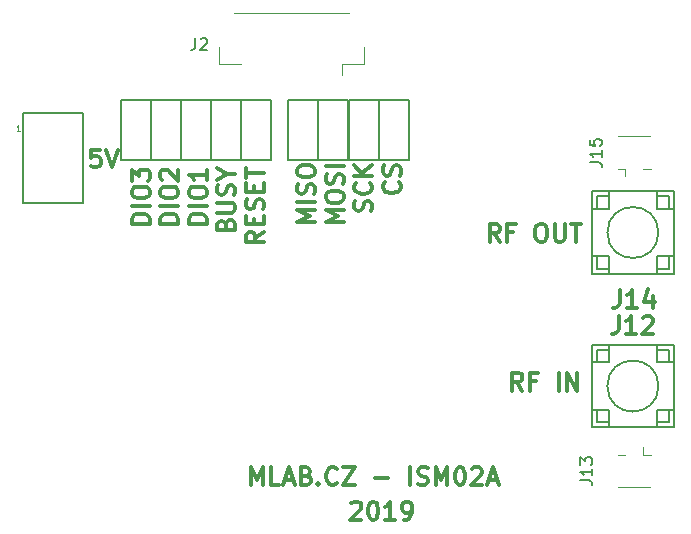
<source format=gbr>
G04 #@! TF.GenerationSoftware,KiCad,Pcbnew,(5.99.0-311-g81ce588a0)*
G04 #@! TF.CreationDate,2019-11-06T10:45:35+01:00*
G04 #@! TF.ProjectId,ISM02A,49534d30-3241-42e6-9b69-6361645f7063,REV*
G04 #@! TF.SameCoordinates,Original*
G04 #@! TF.FileFunction,Legend,Top*
G04 #@! TF.FilePolarity,Positive*
%FSLAX46Y46*%
G04 Gerber Fmt 4.6, Leading zero omitted, Abs format (unit mm)*
G04 Created by KiCad (PCBNEW (5.99.0-311-g81ce588a0)) date 2019-11-06 10:45:35*
%MOMM*%
%LPD*%
G04 APERTURE LIST*
%ADD10C,0.300000*%
%ADD11C,0.150000*%
%ADD12C,0.120000*%
%ADD13C,0.050000*%
G04 APERTURE END LIST*
D10*
X164056714Y-121241428D02*
X164128142Y-121170000D01*
X164271000Y-121098571D01*
X164628142Y-121098571D01*
X164771000Y-121170000D01*
X164842428Y-121241428D01*
X164913857Y-121384285D01*
X164913857Y-121527142D01*
X164842428Y-121741428D01*
X163985285Y-122598571D01*
X164913857Y-122598571D01*
X165842428Y-121098571D02*
X165985285Y-121098571D01*
X166128142Y-121170000D01*
X166199571Y-121241428D01*
X166271000Y-121384285D01*
X166342428Y-121670000D01*
X166342428Y-122027142D01*
X166271000Y-122312857D01*
X166199571Y-122455714D01*
X166128142Y-122527142D01*
X165985285Y-122598571D01*
X165842428Y-122598571D01*
X165699571Y-122527142D01*
X165628142Y-122455714D01*
X165556714Y-122312857D01*
X165485285Y-122027142D01*
X165485285Y-121670000D01*
X165556714Y-121384285D01*
X165628142Y-121241428D01*
X165699571Y-121170000D01*
X165842428Y-121098571D01*
X167771000Y-122598571D02*
X166913857Y-122598571D01*
X167342428Y-122598571D02*
X167342428Y-121098571D01*
X167199571Y-121312857D01*
X167056714Y-121455714D01*
X166913857Y-121527142D01*
X168485285Y-122598571D02*
X168771000Y-122598571D01*
X168913857Y-122527142D01*
X168985285Y-122455714D01*
X169128142Y-122241428D01*
X169199571Y-121955714D01*
X169199571Y-121384285D01*
X169128142Y-121241428D01*
X169056714Y-121170000D01*
X168913857Y-121098571D01*
X168628142Y-121098571D01*
X168485285Y-121170000D01*
X168413857Y-121241428D01*
X168342428Y-121384285D01*
X168342428Y-121741428D01*
X168413857Y-121884285D01*
X168485285Y-121955714D01*
X168628142Y-122027142D01*
X168913857Y-122027142D01*
X169056714Y-121955714D01*
X169128142Y-121884285D01*
X169199571Y-121741428D01*
X178552142Y-111678571D02*
X178052142Y-110964285D01*
X177695000Y-111678571D02*
X177695000Y-110178571D01*
X178266428Y-110178571D01*
X178409285Y-110250000D01*
X178480714Y-110321428D01*
X178552142Y-110464285D01*
X178552142Y-110678571D01*
X178480714Y-110821428D01*
X178409285Y-110892857D01*
X178266428Y-110964285D01*
X177695000Y-110964285D01*
X179695000Y-110892857D02*
X179195000Y-110892857D01*
X179195000Y-111678571D02*
X179195000Y-110178571D01*
X179909285Y-110178571D01*
X181623571Y-111678571D02*
X181623571Y-110178571D01*
X182337857Y-111678571D02*
X182337857Y-110178571D01*
X183195000Y-111678571D01*
X183195000Y-110178571D01*
X176640142Y-99074571D02*
X176140142Y-98360285D01*
X175783000Y-99074571D02*
X175783000Y-97574571D01*
X176354428Y-97574571D01*
X176497285Y-97646000D01*
X176568714Y-97717428D01*
X176640142Y-97860285D01*
X176640142Y-98074571D01*
X176568714Y-98217428D01*
X176497285Y-98288857D01*
X176354428Y-98360285D01*
X175783000Y-98360285D01*
X177783000Y-98288857D02*
X177283000Y-98288857D01*
X177283000Y-99074571D02*
X177283000Y-97574571D01*
X177997285Y-97574571D01*
X179997285Y-97574571D02*
X180283000Y-97574571D01*
X180425857Y-97646000D01*
X180568714Y-97788857D01*
X180640142Y-98074571D01*
X180640142Y-98574571D01*
X180568714Y-98860285D01*
X180425857Y-99003142D01*
X180283000Y-99074571D01*
X179997285Y-99074571D01*
X179854428Y-99003142D01*
X179711571Y-98860285D01*
X179640142Y-98574571D01*
X179640142Y-98074571D01*
X179711571Y-97788857D01*
X179854428Y-97646000D01*
X179997285Y-97574571D01*
X181283000Y-97574571D02*
X181283000Y-98788857D01*
X181354428Y-98931714D01*
X181425857Y-99003142D01*
X181568714Y-99074571D01*
X181854428Y-99074571D01*
X181997285Y-99003142D01*
X182068714Y-98931714D01*
X182140142Y-98788857D01*
X182140142Y-97574571D01*
X182640142Y-97574571D02*
X183497285Y-97574571D01*
X183068714Y-99074571D02*
X183068714Y-97574571D01*
X155552142Y-119678571D02*
X155552142Y-118178571D01*
X156052142Y-119250000D01*
X156552142Y-118178571D01*
X156552142Y-119678571D01*
X157980714Y-119678571D02*
X157266428Y-119678571D01*
X157266428Y-118178571D01*
X158409285Y-119250000D02*
X159123571Y-119250000D01*
X158266428Y-119678571D02*
X158766428Y-118178571D01*
X159266428Y-119678571D01*
X160266428Y-118892857D02*
X160480714Y-118964285D01*
X160552142Y-119035714D01*
X160623571Y-119178571D01*
X160623571Y-119392857D01*
X160552142Y-119535714D01*
X160480714Y-119607142D01*
X160337857Y-119678571D01*
X159766428Y-119678571D01*
X159766428Y-118178571D01*
X160266428Y-118178571D01*
X160409285Y-118250000D01*
X160480714Y-118321428D01*
X160552142Y-118464285D01*
X160552142Y-118607142D01*
X160480714Y-118750000D01*
X160409285Y-118821428D01*
X160266428Y-118892857D01*
X159766428Y-118892857D01*
X161266428Y-119535714D02*
X161337857Y-119607142D01*
X161266428Y-119678571D01*
X161195000Y-119607142D01*
X161266428Y-119535714D01*
X161266428Y-119678571D01*
X162837857Y-119535714D02*
X162766428Y-119607142D01*
X162552142Y-119678571D01*
X162409285Y-119678571D01*
X162195000Y-119607142D01*
X162052142Y-119464285D01*
X161980714Y-119321428D01*
X161909285Y-119035714D01*
X161909285Y-118821428D01*
X161980714Y-118535714D01*
X162052142Y-118392857D01*
X162195000Y-118250000D01*
X162409285Y-118178571D01*
X162552142Y-118178571D01*
X162766428Y-118250000D01*
X162837857Y-118321428D01*
X163337857Y-118178571D02*
X164337857Y-118178571D01*
X163337857Y-119678571D01*
X164337857Y-119678571D01*
X166052142Y-119107142D02*
X167195000Y-119107142D01*
X169052142Y-119678571D02*
X169052142Y-118178571D01*
X169695000Y-119607142D02*
X169909285Y-119678571D01*
X170266428Y-119678571D01*
X170409285Y-119607142D01*
X170480714Y-119535714D01*
X170552142Y-119392857D01*
X170552142Y-119250000D01*
X170480714Y-119107142D01*
X170409285Y-119035714D01*
X170266428Y-118964285D01*
X169980714Y-118892857D01*
X169837857Y-118821428D01*
X169766428Y-118750000D01*
X169695000Y-118607142D01*
X169695000Y-118464285D01*
X169766428Y-118321428D01*
X169837857Y-118250000D01*
X169980714Y-118178571D01*
X170337857Y-118178571D01*
X170552142Y-118250000D01*
X171195000Y-119678571D02*
X171195000Y-118178571D01*
X171695000Y-119250000D01*
X172195000Y-118178571D01*
X172195000Y-119678571D01*
X173195000Y-118178571D02*
X173337857Y-118178571D01*
X173480714Y-118250000D01*
X173552142Y-118321428D01*
X173623571Y-118464285D01*
X173695000Y-118750000D01*
X173695000Y-119107142D01*
X173623571Y-119392857D01*
X173552142Y-119535714D01*
X173480714Y-119607142D01*
X173337857Y-119678571D01*
X173195000Y-119678571D01*
X173052142Y-119607142D01*
X172980714Y-119535714D01*
X172909285Y-119392857D01*
X172837857Y-119107142D01*
X172837857Y-118750000D01*
X172909285Y-118464285D01*
X172980714Y-118321428D01*
X173052142Y-118250000D01*
X173195000Y-118178571D01*
X174266428Y-118321428D02*
X174337857Y-118250000D01*
X174480714Y-118178571D01*
X174837857Y-118178571D01*
X174980714Y-118250000D01*
X175052142Y-118321428D01*
X175123571Y-118464285D01*
X175123571Y-118607142D01*
X175052142Y-118821428D01*
X174195000Y-119678571D01*
X175123571Y-119678571D01*
X175695000Y-119250000D02*
X176409285Y-119250000D01*
X175552142Y-119678571D02*
X176052142Y-118178571D01*
X176552142Y-119678571D01*
X142766428Y-91278571D02*
X142052142Y-91278571D01*
X141980714Y-91992857D01*
X142052142Y-91921428D01*
X142195000Y-91850000D01*
X142552142Y-91850000D01*
X142695000Y-91921428D01*
X142766428Y-91992857D01*
X142837857Y-92135714D01*
X142837857Y-92492857D01*
X142766428Y-92635714D01*
X142695000Y-92707142D01*
X142552142Y-92778571D01*
X142195000Y-92778571D01*
X142052142Y-92707142D01*
X141980714Y-92635714D01*
X143266428Y-91278571D02*
X143766428Y-92778571D01*
X144266428Y-91278571D01*
X160986071Y-97406428D02*
X159486071Y-97406428D01*
X160557500Y-96906428D01*
X159486071Y-96406428D01*
X160986071Y-96406428D01*
X160986071Y-95692142D02*
X159486071Y-95692142D01*
X160914642Y-95049285D02*
X160986071Y-94835000D01*
X160986071Y-94477857D01*
X160914642Y-94335000D01*
X160843214Y-94263571D01*
X160700357Y-94192142D01*
X160557500Y-94192142D01*
X160414642Y-94263571D01*
X160343214Y-94335000D01*
X160271785Y-94477857D01*
X160200357Y-94763571D01*
X160128928Y-94906428D01*
X160057500Y-94977857D01*
X159914642Y-95049285D01*
X159771785Y-95049285D01*
X159628928Y-94977857D01*
X159557500Y-94906428D01*
X159486071Y-94763571D01*
X159486071Y-94406428D01*
X159557500Y-94192142D01*
X159486071Y-93263571D02*
X159486071Y-92977857D01*
X159557500Y-92835000D01*
X159700357Y-92692142D01*
X159986071Y-92620714D01*
X160486071Y-92620714D01*
X160771785Y-92692142D01*
X160914642Y-92835000D01*
X160986071Y-92977857D01*
X160986071Y-93263571D01*
X160914642Y-93406428D01*
X160771785Y-93549285D01*
X160486071Y-93620714D01*
X159986071Y-93620714D01*
X159700357Y-93549285D01*
X159557500Y-93406428D01*
X159486071Y-93263571D01*
X163401071Y-97406428D02*
X161901071Y-97406428D01*
X162972500Y-96906428D01*
X161901071Y-96406428D01*
X163401071Y-96406428D01*
X161901071Y-95406428D02*
X161901071Y-95120714D01*
X161972500Y-94977857D01*
X162115357Y-94835000D01*
X162401071Y-94763571D01*
X162901071Y-94763571D01*
X163186785Y-94835000D01*
X163329642Y-94977857D01*
X163401071Y-95120714D01*
X163401071Y-95406428D01*
X163329642Y-95549285D01*
X163186785Y-95692142D01*
X162901071Y-95763571D01*
X162401071Y-95763571D01*
X162115357Y-95692142D01*
X161972500Y-95549285D01*
X161901071Y-95406428D01*
X163329642Y-94192142D02*
X163401071Y-93977857D01*
X163401071Y-93620714D01*
X163329642Y-93477857D01*
X163258214Y-93406428D01*
X163115357Y-93335000D01*
X162972500Y-93335000D01*
X162829642Y-93406428D01*
X162758214Y-93477857D01*
X162686785Y-93620714D01*
X162615357Y-93906428D01*
X162543928Y-94049285D01*
X162472500Y-94120714D01*
X162329642Y-94192142D01*
X162186785Y-94192142D01*
X162043928Y-94120714D01*
X161972500Y-94049285D01*
X161901071Y-93906428D01*
X161901071Y-93549285D01*
X161972500Y-93335000D01*
X163401071Y-92692142D02*
X161901071Y-92692142D01*
X165744642Y-96477857D02*
X165816071Y-96263571D01*
X165816071Y-95906428D01*
X165744642Y-95763571D01*
X165673214Y-95692142D01*
X165530357Y-95620714D01*
X165387500Y-95620714D01*
X165244642Y-95692142D01*
X165173214Y-95763571D01*
X165101785Y-95906428D01*
X165030357Y-96192142D01*
X164958928Y-96335000D01*
X164887500Y-96406428D01*
X164744642Y-96477857D01*
X164601785Y-96477857D01*
X164458928Y-96406428D01*
X164387500Y-96335000D01*
X164316071Y-96192142D01*
X164316071Y-95835000D01*
X164387500Y-95620714D01*
X165673214Y-94120714D02*
X165744642Y-94192142D01*
X165816071Y-94406428D01*
X165816071Y-94549285D01*
X165744642Y-94763571D01*
X165601785Y-94906428D01*
X165458928Y-94977857D01*
X165173214Y-95049285D01*
X164958928Y-95049285D01*
X164673214Y-94977857D01*
X164530357Y-94906428D01*
X164387500Y-94763571D01*
X164316071Y-94549285D01*
X164316071Y-94406428D01*
X164387500Y-94192142D01*
X164458928Y-94120714D01*
X165816071Y-93477857D02*
X164316071Y-93477857D01*
X165816071Y-92620714D02*
X164958928Y-93263571D01*
X164316071Y-92620714D02*
X165173214Y-93477857D01*
X168088214Y-94049285D02*
X168159642Y-94120714D01*
X168231071Y-94335000D01*
X168231071Y-94477857D01*
X168159642Y-94692142D01*
X168016785Y-94835000D01*
X167873928Y-94906428D01*
X167588214Y-94977857D01*
X167373928Y-94977857D01*
X167088214Y-94906428D01*
X166945357Y-94835000D01*
X166802500Y-94692142D01*
X166731071Y-94477857D01*
X166731071Y-94335000D01*
X166802500Y-94120714D01*
X166873928Y-94049285D01*
X168159642Y-93477857D02*
X168231071Y-93263571D01*
X168231071Y-92906428D01*
X168159642Y-92763571D01*
X168088214Y-92692142D01*
X167945357Y-92620714D01*
X167802500Y-92620714D01*
X167659642Y-92692142D01*
X167588214Y-92763571D01*
X167516785Y-92906428D01*
X167445357Y-93192142D01*
X167373928Y-93335000D01*
X167302500Y-93406428D01*
X167159642Y-93477857D01*
X167016785Y-93477857D01*
X166873928Y-93406428D01*
X166802500Y-93335000D01*
X166731071Y-93192142D01*
X166731071Y-92835000D01*
X166802500Y-92620714D01*
X146978571Y-97548142D02*
X145478571Y-97548142D01*
X145478571Y-97191000D01*
X145550000Y-96976714D01*
X145692857Y-96833857D01*
X145835714Y-96762428D01*
X146121428Y-96691000D01*
X146335714Y-96691000D01*
X146621428Y-96762428D01*
X146764285Y-96833857D01*
X146907142Y-96976714D01*
X146978571Y-97191000D01*
X146978571Y-97548142D01*
X146978571Y-96048142D02*
X145478571Y-96048142D01*
X145478571Y-95048142D02*
X145478571Y-94762428D01*
X145550000Y-94619571D01*
X145692857Y-94476714D01*
X145978571Y-94405285D01*
X146478571Y-94405285D01*
X146764285Y-94476714D01*
X146907142Y-94619571D01*
X146978571Y-94762428D01*
X146978571Y-95048142D01*
X146907142Y-95191000D01*
X146764285Y-95333857D01*
X146478571Y-95405285D01*
X145978571Y-95405285D01*
X145692857Y-95333857D01*
X145550000Y-95191000D01*
X145478571Y-95048142D01*
X145478571Y-93905285D02*
X145478571Y-92976714D01*
X146050000Y-93476714D01*
X146050000Y-93262428D01*
X146121428Y-93119571D01*
X146192857Y-93048142D01*
X146335714Y-92976714D01*
X146692857Y-92976714D01*
X146835714Y-93048142D01*
X146907142Y-93119571D01*
X146978571Y-93262428D01*
X146978571Y-93691000D01*
X146907142Y-93833857D01*
X146835714Y-93905285D01*
X149393571Y-97548142D02*
X147893571Y-97548142D01*
X147893571Y-97191000D01*
X147965000Y-96976714D01*
X148107857Y-96833857D01*
X148250714Y-96762428D01*
X148536428Y-96691000D01*
X148750714Y-96691000D01*
X149036428Y-96762428D01*
X149179285Y-96833857D01*
X149322142Y-96976714D01*
X149393571Y-97191000D01*
X149393571Y-97548142D01*
X149393571Y-96048142D02*
X147893571Y-96048142D01*
X147893571Y-95048142D02*
X147893571Y-94762428D01*
X147965000Y-94619571D01*
X148107857Y-94476714D01*
X148393571Y-94405285D01*
X148893571Y-94405285D01*
X149179285Y-94476714D01*
X149322142Y-94619571D01*
X149393571Y-94762428D01*
X149393571Y-95048142D01*
X149322142Y-95191000D01*
X149179285Y-95333857D01*
X148893571Y-95405285D01*
X148393571Y-95405285D01*
X148107857Y-95333857D01*
X147965000Y-95191000D01*
X147893571Y-95048142D01*
X148036428Y-93833857D02*
X147965000Y-93762428D01*
X147893571Y-93619571D01*
X147893571Y-93262428D01*
X147965000Y-93119571D01*
X148036428Y-93048142D01*
X148179285Y-92976714D01*
X148322142Y-92976714D01*
X148536428Y-93048142D01*
X149393571Y-93905285D01*
X149393571Y-92976714D01*
X151808571Y-97548142D02*
X150308571Y-97548142D01*
X150308571Y-97191000D01*
X150380000Y-96976714D01*
X150522857Y-96833857D01*
X150665714Y-96762428D01*
X150951428Y-96691000D01*
X151165714Y-96691000D01*
X151451428Y-96762428D01*
X151594285Y-96833857D01*
X151737142Y-96976714D01*
X151808571Y-97191000D01*
X151808571Y-97548142D01*
X151808571Y-96048142D02*
X150308571Y-96048142D01*
X150308571Y-95048142D02*
X150308571Y-94762428D01*
X150380000Y-94619571D01*
X150522857Y-94476714D01*
X150808571Y-94405285D01*
X151308571Y-94405285D01*
X151594285Y-94476714D01*
X151737142Y-94619571D01*
X151808571Y-94762428D01*
X151808571Y-95048142D01*
X151737142Y-95191000D01*
X151594285Y-95333857D01*
X151308571Y-95405285D01*
X150808571Y-95405285D01*
X150522857Y-95333857D01*
X150380000Y-95191000D01*
X150308571Y-95048142D01*
X151808571Y-92976714D02*
X151808571Y-93833857D01*
X151808571Y-93405285D02*
X150308571Y-93405285D01*
X150522857Y-93548142D01*
X150665714Y-93691000D01*
X150737142Y-93833857D01*
X153437857Y-97619571D02*
X153509285Y-97405285D01*
X153580714Y-97333857D01*
X153723571Y-97262428D01*
X153937857Y-97262428D01*
X154080714Y-97333857D01*
X154152142Y-97405285D01*
X154223571Y-97548142D01*
X154223571Y-98119571D01*
X152723571Y-98119571D01*
X152723571Y-97619571D01*
X152795000Y-97476714D01*
X152866428Y-97405285D01*
X153009285Y-97333857D01*
X153152142Y-97333857D01*
X153295000Y-97405285D01*
X153366428Y-97476714D01*
X153437857Y-97619571D01*
X153437857Y-98119571D01*
X152723571Y-96619571D02*
X153937857Y-96619571D01*
X154080714Y-96548142D01*
X154152142Y-96476714D01*
X154223571Y-96333857D01*
X154223571Y-96048142D01*
X154152142Y-95905285D01*
X154080714Y-95833857D01*
X153937857Y-95762428D01*
X152723571Y-95762428D01*
X154152142Y-95119571D02*
X154223571Y-94905285D01*
X154223571Y-94548142D01*
X154152142Y-94405285D01*
X154080714Y-94333857D01*
X153937857Y-94262428D01*
X153795000Y-94262428D01*
X153652142Y-94333857D01*
X153580714Y-94405285D01*
X153509285Y-94548142D01*
X153437857Y-94833857D01*
X153366428Y-94976714D01*
X153295000Y-95048142D01*
X153152142Y-95119571D01*
X153009285Y-95119571D01*
X152866428Y-95048142D01*
X152795000Y-94976714D01*
X152723571Y-94833857D01*
X152723571Y-94476714D01*
X152795000Y-94262428D01*
X153509285Y-93333857D02*
X154223571Y-93333857D01*
X152723571Y-93833857D02*
X153509285Y-93333857D01*
X152723571Y-92833857D01*
X156638571Y-98262428D02*
X155924285Y-98762428D01*
X156638571Y-99119571D02*
X155138571Y-99119571D01*
X155138571Y-98548142D01*
X155210000Y-98405285D01*
X155281428Y-98333857D01*
X155424285Y-98262428D01*
X155638571Y-98262428D01*
X155781428Y-98333857D01*
X155852857Y-98405285D01*
X155924285Y-98548142D01*
X155924285Y-99119571D01*
X155852857Y-97619571D02*
X155852857Y-97119571D01*
X156638571Y-96905285D02*
X156638571Y-97619571D01*
X155138571Y-97619571D01*
X155138571Y-96905285D01*
X156567142Y-96333857D02*
X156638571Y-96119571D01*
X156638571Y-95762428D01*
X156567142Y-95619571D01*
X156495714Y-95548142D01*
X156352857Y-95476714D01*
X156210000Y-95476714D01*
X156067142Y-95548142D01*
X155995714Y-95619571D01*
X155924285Y-95762428D01*
X155852857Y-96048142D01*
X155781428Y-96191000D01*
X155710000Y-96262428D01*
X155567142Y-96333857D01*
X155424285Y-96333857D01*
X155281428Y-96262428D01*
X155210000Y-96191000D01*
X155138571Y-96048142D01*
X155138571Y-95691000D01*
X155210000Y-95476714D01*
X155852857Y-94833857D02*
X155852857Y-94333857D01*
X156638571Y-94119571D02*
X156638571Y-94833857D01*
X155138571Y-94833857D01*
X155138571Y-94119571D01*
X155138571Y-93691000D02*
X155138571Y-92833857D01*
X156638571Y-93262428D02*
X155138571Y-93262428D01*
D11*
G04 #@! TO.C,J1*
X136260000Y-95810000D02*
X136260000Y-88190000D01*
X141340000Y-95810000D02*
X136260000Y-95810000D01*
X141340000Y-88190000D02*
X141340000Y-95810000D01*
X136260000Y-88190000D02*
X141340000Y-88190000D01*
D12*
G04 #@! TO.C,J2*
X163844000Y-79736000D02*
X154164000Y-79736000D01*
X152894000Y-84006000D02*
X154694000Y-84006000D01*
X152894000Y-82556000D02*
X152894000Y-84006000D01*
X163314000Y-84006000D02*
X163314000Y-84996000D01*
X165114000Y-84006000D02*
X163314000Y-84006000D01*
X165114000Y-82556000D02*
X165114000Y-84006000D01*
D11*
G04 #@! TO.C,J3*
X154730000Y-92140000D02*
X154730000Y-87060000D01*
X154730000Y-87060000D02*
X157270000Y-87060000D01*
X157270000Y-87060000D02*
X157270000Y-92140000D01*
X157270000Y-92140000D02*
X154730000Y-92140000D01*
G04 #@! TO.C,J4*
X166370000Y-92140000D02*
X163830000Y-92140000D01*
X166370000Y-87060000D02*
X166370000Y-92140000D01*
X163830000Y-87060000D02*
X166370000Y-87060000D01*
X163830000Y-92140000D02*
X163830000Y-87060000D01*
G04 #@! TO.C,J5*
X161270000Y-92140000D02*
X158730000Y-92140000D01*
X161270000Y-87060000D02*
X161270000Y-92140000D01*
X158730000Y-87060000D02*
X161270000Y-87060000D01*
X158730000Y-92140000D02*
X158730000Y-87060000D01*
G04 #@! TO.C,J6*
X161280000Y-92140000D02*
X161280000Y-87060000D01*
X161280000Y-87060000D02*
X163820000Y-87060000D01*
X163820000Y-87060000D02*
X163820000Y-92140000D01*
X163820000Y-92140000D02*
X161280000Y-92140000D01*
G04 #@! TO.C,J7*
X168920000Y-92140000D02*
X166380000Y-92140000D01*
X168920000Y-87060000D02*
X168920000Y-92140000D01*
X166380000Y-87060000D02*
X168920000Y-87060000D01*
X166380000Y-92140000D02*
X166380000Y-87060000D01*
G04 #@! TO.C,J8*
X149630000Y-92140000D02*
X149630000Y-87060000D01*
X149630000Y-87060000D02*
X152170000Y-87060000D01*
X152170000Y-87060000D02*
X152170000Y-92140000D01*
X152170000Y-92140000D02*
X149630000Y-92140000D01*
G04 #@! TO.C,J9*
X149620000Y-92140000D02*
X147080000Y-92140000D01*
X149620000Y-87060000D02*
X149620000Y-92140000D01*
X147080000Y-87060000D02*
X149620000Y-87060000D01*
X147080000Y-92140000D02*
X147080000Y-87060000D01*
G04 #@! TO.C,J10*
X147070000Y-92140000D02*
X144530000Y-92140000D01*
X147070000Y-87060000D02*
X147070000Y-92140000D01*
X144530000Y-87060000D02*
X147070000Y-87060000D01*
X144530000Y-92140000D02*
X144530000Y-87060000D01*
G04 #@! TO.C,J11*
X152180000Y-92140000D02*
X152180000Y-87060000D01*
X152180000Y-87060000D02*
X154720000Y-87060000D01*
X154720000Y-87060000D02*
X154720000Y-92140000D01*
X154720000Y-92140000D02*
X152180000Y-92140000D01*
G04 #@! TO.C,J12*
X189930000Y-114350000D02*
X190950000Y-114350000D01*
X190950000Y-114350000D02*
X190950000Y-113330000D01*
X185870000Y-114350000D02*
X184850000Y-114350000D01*
X184850000Y-114350000D02*
X184850000Y-113330000D01*
X185870000Y-108250000D02*
X184850000Y-108250000D01*
X184850000Y-108250000D02*
X184850000Y-109270000D01*
X190950000Y-108250000D02*
X190950000Y-109270000D01*
X190950000Y-108250000D02*
X189930000Y-108250000D01*
X189930000Y-114800000D02*
X189930000Y-113330000D01*
X189930000Y-113330000D02*
X191400000Y-113330000D01*
X185870000Y-113330000D02*
X185870000Y-114800000D01*
X184400000Y-113330000D02*
X185870000Y-113330000D01*
X189930000Y-107800000D02*
X189930000Y-109270000D01*
X189930000Y-109270000D02*
X191400000Y-109270000D01*
X185870000Y-107800000D02*
X185870000Y-109270000D01*
X185870000Y-109270000D02*
X184400000Y-109270000D01*
X191400000Y-107800000D02*
X184400000Y-107800000D01*
X184400000Y-107800000D02*
X184400000Y-114800000D01*
X190062799Y-111300000D02*
G75*
G03X190062799Y-111300000I-2162799J0D01*
G01*
X184400000Y-114774600D02*
X191400000Y-114774600D01*
X191400000Y-114800000D02*
X191400000Y-107800000D01*
D12*
G04 #@! TO.C,J13*
X189350000Y-119835000D02*
X186650000Y-119835000D01*
X188760000Y-117115000D02*
X188760000Y-116485000D01*
X186600000Y-117115000D02*
X187240000Y-117115000D01*
X189400000Y-117115000D02*
X188760000Y-117115000D01*
D11*
G04 #@! TO.C,J14*
X191400000Y-101800000D02*
X191400000Y-94800000D01*
X184400000Y-101774600D02*
X191400000Y-101774600D01*
X190062799Y-98300000D02*
G75*
G03X190062799Y-98300000I-2162799J0D01*
G01*
X184400000Y-94800000D02*
X184400000Y-101800000D01*
X191400000Y-94800000D02*
X184400000Y-94800000D01*
X185870000Y-96270000D02*
X184400000Y-96270000D01*
X185870000Y-94800000D02*
X185870000Y-96270000D01*
X189930000Y-96270000D02*
X191400000Y-96270000D01*
X189930000Y-94800000D02*
X189930000Y-96270000D01*
X184400000Y-100330000D02*
X185870000Y-100330000D01*
X185870000Y-100330000D02*
X185870000Y-101800000D01*
X189930000Y-100330000D02*
X191400000Y-100330000D01*
X189930000Y-101800000D02*
X189930000Y-100330000D01*
X190950000Y-95250000D02*
X189930000Y-95250000D01*
X190950000Y-95250000D02*
X190950000Y-96270000D01*
X184850000Y-95250000D02*
X184850000Y-96270000D01*
X185870000Y-95250000D02*
X184850000Y-95250000D01*
X184850000Y-101350000D02*
X184850000Y-100330000D01*
X185870000Y-101350000D02*
X184850000Y-101350000D01*
X190950000Y-101350000D02*
X190950000Y-100330000D01*
X189930000Y-101350000D02*
X190950000Y-101350000D01*
D12*
G04 #@! TO.C,J15*
X186600000Y-92885000D02*
X187240000Y-92885000D01*
X189400000Y-92885000D02*
X188760000Y-92885000D01*
X187240000Y-92885000D02*
X187240000Y-93515000D01*
X186650000Y-90165000D02*
X189350000Y-90165000D01*
G04 #@! TO.C,J1*
D13*
X136021857Y-89686190D02*
X135736142Y-89686190D01*
X135879000Y-89686190D02*
X135879000Y-89186190D01*
X135831380Y-89257619D01*
X135783761Y-89305238D01*
X135736142Y-89329047D01*
G04 #@! TO.C,J2*
D11*
X150866666Y-81852380D02*
X150866666Y-82566666D01*
X150819047Y-82709523D01*
X150723809Y-82804761D01*
X150580952Y-82852380D01*
X150485714Y-82852380D01*
X151295238Y-81947619D02*
X151342857Y-81900000D01*
X151438095Y-81852380D01*
X151676190Y-81852380D01*
X151771428Y-81900000D01*
X151819047Y-81947619D01*
X151866666Y-82042857D01*
X151866666Y-82138095D01*
X151819047Y-82280952D01*
X151247619Y-82852380D01*
X151866666Y-82852380D01*
G04 #@! TO.C,J12*
D10*
X186685714Y-105378571D02*
X186685714Y-106450000D01*
X186614285Y-106664285D01*
X186471428Y-106807142D01*
X186257142Y-106878571D01*
X186114285Y-106878571D01*
X188185714Y-106878571D02*
X187328571Y-106878571D01*
X187757142Y-106878571D02*
X187757142Y-105378571D01*
X187614285Y-105592857D01*
X187471428Y-105735714D01*
X187328571Y-105807142D01*
X188757142Y-105521428D02*
X188828571Y-105450000D01*
X188971428Y-105378571D01*
X189328571Y-105378571D01*
X189471428Y-105450000D01*
X189542857Y-105521428D01*
X189614285Y-105664285D01*
X189614285Y-105807142D01*
X189542857Y-106021428D01*
X188685714Y-106878571D01*
X189614285Y-106878571D01*
G04 #@! TO.C,J13*
D11*
X183452380Y-119284523D02*
X184166666Y-119284523D01*
X184309523Y-119332142D01*
X184404761Y-119427380D01*
X184452380Y-119570238D01*
X184452380Y-119665476D01*
X184452380Y-118284523D02*
X184452380Y-118855952D01*
X184452380Y-118570238D02*
X183452380Y-118570238D01*
X183595238Y-118665476D01*
X183690476Y-118760714D01*
X183738095Y-118855952D01*
X183452380Y-117951190D02*
X183452380Y-117332142D01*
X183833333Y-117665476D01*
X183833333Y-117522619D01*
X183880952Y-117427380D01*
X183928571Y-117379761D01*
X184023809Y-117332142D01*
X184261904Y-117332142D01*
X184357142Y-117379761D01*
X184404761Y-117427380D01*
X184452380Y-117522619D01*
X184452380Y-117808333D01*
X184404761Y-117903571D01*
X184357142Y-117951190D01*
G04 #@! TO.C,J14*
D10*
X186785714Y-103178571D02*
X186785714Y-104250000D01*
X186714285Y-104464285D01*
X186571428Y-104607142D01*
X186357142Y-104678571D01*
X186214285Y-104678571D01*
X188285714Y-104678571D02*
X187428571Y-104678571D01*
X187857142Y-104678571D02*
X187857142Y-103178571D01*
X187714285Y-103392857D01*
X187571428Y-103535714D01*
X187428571Y-103607142D01*
X189571428Y-103678571D02*
X189571428Y-104678571D01*
X189214285Y-103107142D02*
X188857142Y-104178571D01*
X189785714Y-104178571D01*
G04 #@! TO.C,J15*
D11*
X184252380Y-92334523D02*
X184966666Y-92334523D01*
X185109523Y-92382142D01*
X185204761Y-92477380D01*
X185252380Y-92620238D01*
X185252380Y-92715476D01*
X185252380Y-91334523D02*
X185252380Y-91905952D01*
X185252380Y-91620238D02*
X184252380Y-91620238D01*
X184395238Y-91715476D01*
X184490476Y-91810714D01*
X184538095Y-91905952D01*
X184252380Y-90429761D02*
X184252380Y-90905952D01*
X184728571Y-90953571D01*
X184680952Y-90905952D01*
X184633333Y-90810714D01*
X184633333Y-90572619D01*
X184680952Y-90477380D01*
X184728571Y-90429761D01*
X184823809Y-90382142D01*
X185061904Y-90382142D01*
X185157142Y-90429761D01*
X185204761Y-90477380D01*
X185252380Y-90572619D01*
X185252380Y-90810714D01*
X185204761Y-90905952D01*
X185157142Y-90953571D01*
G04 #@! TD*
M02*

</source>
